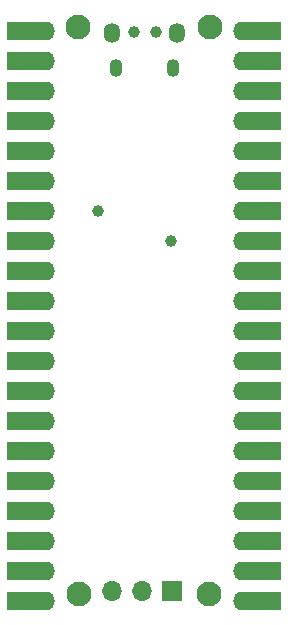
<source format=gbr>
%TF.GenerationSoftware,KiCad,Pcbnew,7.0.7*%
%TF.CreationDate,2023-09-13T09:18:24+07:00*%
%TF.ProjectId,Pico2040-Modular-Rev2-W,5069636f-3230-4343-902d-4d6f64756c61,rev?*%
%TF.SameCoordinates,Original*%
%TF.FileFunction,Soldermask,Bot*%
%TF.FilePolarity,Negative*%
%FSLAX46Y46*%
G04 Gerber Fmt 4.6, Leading zero omitted, Abs format (unit mm)*
G04 Created by KiCad (PCBNEW 7.0.7) date 2023-09-13 09:18:24*
%MOMM*%
%LPD*%
G01*
G04 APERTURE LIST*
%ADD10O,1.350000X1.700000*%
%ADD11O,1.100000X1.500000*%
%ADD12C,2.100000*%
%ADD13R,3.200000X1.600000*%
%ADD14O,1.700000X1.600000*%
%ADD15R,1.700000X1.700000*%
%ADD16O,1.700000X1.700000*%
%ADD17C,1.000000*%
G04 APERTURE END LIST*
D10*
%TO.C,J1*%
X112780000Y-52000000D03*
D11*
X112470000Y-55000000D03*
X107630000Y-55000000D03*
D10*
X107320000Y-52000000D03*
%TD*%
D12*
%TO.C,REF\u002A\u002A*%
X104550000Y-99510000D03*
%TD*%
%TO.C,REF\u002A\u002A*%
X104400000Y-51500000D03*
%TD*%
D13*
%TO.C,J2*%
X100000000Y-51800000D03*
D14*
X101610000Y-51800000D03*
D13*
X100000000Y-54340000D03*
D14*
X101610000Y-54340000D03*
D13*
X100000000Y-56880000D03*
D14*
X101610000Y-56880000D03*
D13*
X100000000Y-59420000D03*
D14*
X101610000Y-59420000D03*
D13*
X100000000Y-61960000D03*
D14*
X101610000Y-61960000D03*
D13*
X100000000Y-64500000D03*
D14*
X101610000Y-64500000D03*
D13*
X100000000Y-67040000D03*
D14*
X101610000Y-67040000D03*
D13*
X100000000Y-69580000D03*
D14*
X101610000Y-69580000D03*
D13*
X100000000Y-72120000D03*
D14*
X101610000Y-72120000D03*
D13*
X100000000Y-74660000D03*
D14*
X101610000Y-74660000D03*
D13*
X100000000Y-77200000D03*
D14*
X101610000Y-77200000D03*
D13*
X100000000Y-79740000D03*
D14*
X101610000Y-79740000D03*
D13*
X100000000Y-82280000D03*
D14*
X101610000Y-82280000D03*
D13*
X100000000Y-84820000D03*
D14*
X101610000Y-84820000D03*
D13*
X100000000Y-87360000D03*
D14*
X101610000Y-87360000D03*
D13*
X100000000Y-89900000D03*
D14*
X101610000Y-89900000D03*
D13*
X100000000Y-92440000D03*
D14*
X101610000Y-92440000D03*
D13*
X100000000Y-94980000D03*
D14*
X101610000Y-94980000D03*
D13*
X100000000Y-97520000D03*
D14*
X101610000Y-97520000D03*
D13*
X100000000Y-100060000D03*
D14*
X101610000Y-100060000D03*
%TD*%
D12*
%TO.C,REF\u002A\u002A*%
X115600000Y-51500000D03*
%TD*%
%TO.C,REF\u002A\u002A*%
X115550000Y-99500000D03*
%TD*%
D15*
%TO.C,J4*%
X112400000Y-99250000D03*
D16*
X109860000Y-99250000D03*
X107320000Y-99250000D03*
%TD*%
D17*
%TO.C,TP4*%
X106100000Y-67100000D03*
%TD*%
%TO.C,TP2*%
X111000000Y-51900000D03*
%TD*%
%TO.C,TP3*%
X112300000Y-69600000D03*
%TD*%
D13*
%TO.C,J3*%
X120000000Y-51800000D03*
D14*
X118390000Y-51800000D03*
D13*
X120000000Y-54340000D03*
D14*
X118390000Y-54340000D03*
D13*
X120000000Y-56880000D03*
D14*
X118390000Y-56880000D03*
D13*
X120000000Y-59420000D03*
D14*
X118390000Y-59420000D03*
D13*
X120000000Y-61960000D03*
D14*
X118390000Y-61960000D03*
D13*
X120000000Y-64500000D03*
D14*
X118390000Y-64500000D03*
D13*
X120000000Y-67040000D03*
D14*
X118390000Y-67040000D03*
D13*
X120000000Y-69580000D03*
D14*
X118390000Y-69580000D03*
D13*
X120000000Y-72120000D03*
D14*
X118390000Y-72120000D03*
D13*
X120000000Y-74660000D03*
D14*
X118390000Y-74660000D03*
D13*
X120000000Y-77200000D03*
D14*
X118390000Y-77200000D03*
D13*
X120000000Y-79740000D03*
D14*
X118390000Y-79740000D03*
D13*
X120000000Y-82280000D03*
D14*
X118390000Y-82280000D03*
D13*
X120000000Y-84820000D03*
D14*
X118390000Y-84820000D03*
D13*
X120000000Y-87360000D03*
D14*
X118390000Y-87360000D03*
D13*
X120000000Y-89900000D03*
D14*
X118390000Y-89900000D03*
D13*
X120000000Y-92440000D03*
D14*
X118390000Y-92440000D03*
D13*
X120000000Y-94980000D03*
D14*
X118390000Y-94980000D03*
D13*
X120000000Y-97520000D03*
D14*
X118390000Y-97520000D03*
D13*
X120000000Y-100060000D03*
D14*
X118390000Y-100060000D03*
%TD*%
D17*
%TO.C,TP1*%
X109200000Y-51900000D03*
%TD*%
M02*

</source>
